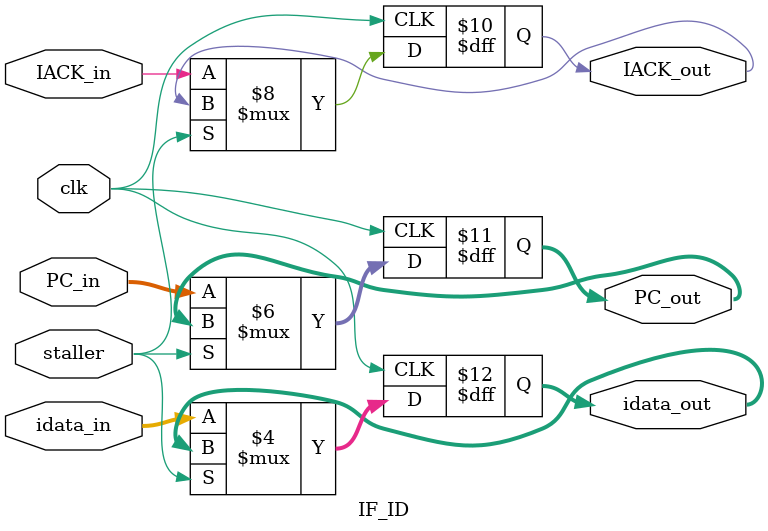
<source format=v>
`timescale 1ns / 1ps
module IF_ID(
	 input clk,
	 input staller,
    input [31:0] PC_in,
    input [31:0] idata_in,
	 input IACK_in,
	 output reg IACK_out,
    output reg [31:0] PC_out,
    output reg [31:0] idata_out
    );
	 initial begin
PC_out = 0;
idata_out = 0;
IACK_out = 0;
end

always @(posedge clk) begin
if(~staller)begin
PC_out <= PC_in;
idata_out <= idata_in;
IACK_out <= IACK_in;
end
end
endmodule

</source>
